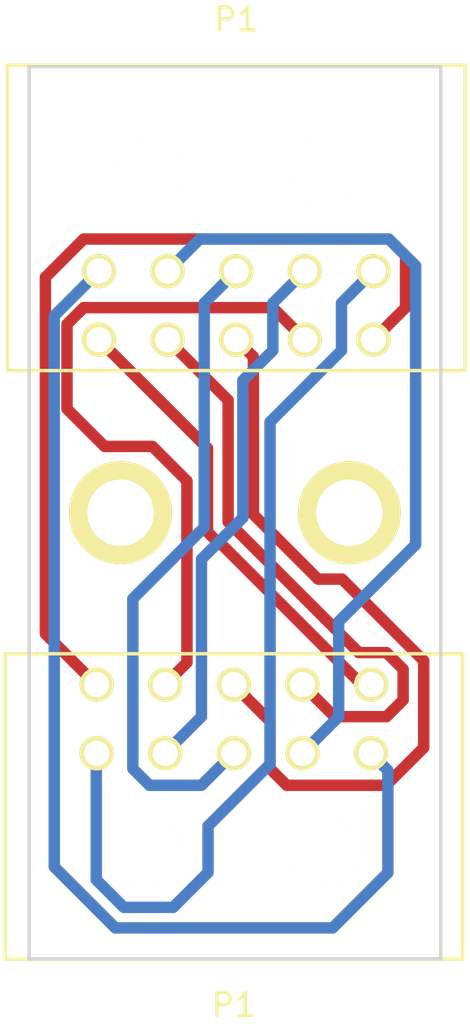
<source format=kicad_pcb>
(kicad_pcb (version 20160815) (host pcbnew 4.1.0-alpha+201609031632+7111~49~ubuntu14.04.1-product)

  (general
    (links 10)
    (no_connects 0)
    (area 99.924999 97.924999 118.075001 137.075001)
    (thickness 1.6)
    (drawings 4)
    (tracks 89)
    (zones 0)
    (modules 4)
    (nets 11)
  )

  (page A4)
  (layers
    (0 F.Cu signal)
    (31 B.Cu signal)
    (32 B.Adhes user)
    (33 F.Adhes user)
    (34 B.Paste user)
    (35 F.Paste user)
    (36 B.SilkS user)
    (37 F.SilkS user)
    (38 B.Mask user)
    (39 F.Mask user)
    (40 Dwgs.User user)
    (41 Cmts.User user)
    (42 Eco1.User user)
    (43 Eco2.User user)
    (44 Edge.Cuts user)
    (45 Margin user)
    (46 B.CrtYd user)
    (47 F.CrtYd user)
    (48 B.Fab user)
    (49 F.Fab user)
  )

  (setup
    (last_trace_width 0.25)
    (trace_clearance 0.2)
    (zone_clearance 0.508)
    (zone_45_only no)
    (trace_min 0.2)
    (segment_width 0.2)
    (edge_width 0.15)
    (via_size 0.6)
    (via_drill 0.4)
    (via_min_size 0.4)
    (via_min_drill 0.3)
    (uvia_size 0.3)
    (uvia_drill 0.1)
    (uvias_allowed no)
    (uvia_min_size 0.2)
    (uvia_min_drill 0.1)
    (pcb_text_width 0.3)
    (pcb_text_size 1.5 1.5)
    (mod_edge_width 0.15)
    (mod_text_size 1 1)
    (mod_text_width 0.15)
    (pad_size 4.50088 4.50088)
    (pad_drill 2.9)
    (pad_to_mask_clearance 0.2)
    (aux_axis_origin 114.808 117.221)
    (visible_elements FFFFFF7F)
    (pcbplotparams
      (layerselection 0x0103c_80000001)
      (usegerberextensions false)
      (excludeedgelayer true)
      (linewidth 0.150000)
      (plotframeref false)
      (viasonmask false)
      (mode 1)
      (useauxorigin false)
      (hpglpennumber 1)
      (hpglpenspeed 20)
      (hpglpendiameter 15)
      (psnegative false)
      (psa4output false)
      (plotreference true)
      (plotvalue true)
      (plotinvisibletext false)
      (padsonsilk false)
      (subtractmaskfromsilk false)
      (outputformat 1)
      (mirror false)
      (drillshape 0)
      (scaleselection 1)
      (outputdirectory ""))
  )

  (net 0 "")
  (net 1 "Net-(P1-Pad1)")
  (net 2 "Net-(P1-Pad6)")
  (net 3 "Net-(P1-Pad7)")
  (net 4 "Net-(P1-Pad2)")
  (net 5 "Net-(P1-Pad3)")
  (net 6 "Net-(P1-Pad8)")
  (net 7 "Net-(P1-Pad9)")
  (net 8 "Net-(P1-Pad4)")
  (net 9 "Net-(P1-Pad10)")
  (net 10 "Net-(P1-Pad5)")

  (net_class Default "This is the default net class."
    (clearance 0.2)
    (trace_width 0.25)
    (via_dia 0.6)
    (via_drill 0.4)
    (uvia_dia 0.3)
    (uvia_drill 0.1)
    (diff_pair_gap 0.25)
    (diff_pair_width 0.2)
  )

  (net_class Wide ""
    (clearance 0.4)
    (trace_width 0.5)
    (via_dia 0.8)
    (via_drill 0.4)
    (uvia_dia 0.3)
    (uvia_drill 0.1)
    (diff_pair_gap 0.25)
    (diff_pair_width 0.2)
    (add_net "Net-(P1-Pad1)")
    (add_net "Net-(P1-Pad10)")
    (add_net "Net-(P1-Pad2)")
    (add_net "Net-(P1-Pad3)")
    (add_net "Net-(P1-Pad4)")
    (add_net "Net-(P1-Pad5)")
    (add_net "Net-(P1-Pad6)")
    (add_net "Net-(P1-Pad7)")
    (add_net "Net-(P1-Pad8)")
    (add_net "Net-(P1-Pad9)")
  )

  (module Connectors_Molex:Connector_Microfit3_Header_02x05_Angled_43045-100x (layer F.Cu) (tedit 57C70057) (tstamp 57D15BB0)
    (at 114.9522 128.014)
    (descr "Microfit angled 02x05 43045-1000")
    (tags "Microfit 02x05 angled 3mm pitch")
    (path /57C683C9)
    (fp_text reference P1 (at -6 11) (layer F.SilkS)
      (effects (font (size 1 1) (thickness 0.15)))
    )
    (fp_text value CONN_02X05 (at -6 -6.604) (layer F.Fab) hide
      (effects (font (size 1 1) (thickness 0.15)))
    )
    (fp_line (start -16.2 -4.55) (end -16.2 9.2) (layer F.CrtYd) (width 0.05))
    (fp_line (start -16.2 9.2) (end 4.2 9.2) (layer F.CrtYd) (width 0.05))
    (fp_line (start 4.2 9.2) (end 4.2 -4.55) (layer F.CrtYd) (width 0.05))
    (fp_line (start 4.2 -4.55) (end -16.2 -4.55) (layer F.CrtYd) (width 0.05))
    (fp_line (start -16 9) (end -16 -4.35) (layer F.SilkS) (width 0.15))
    (fp_line (start -16 -4.35) (end 4 -4.35) (layer F.SilkS) (width 0.15))
    (fp_line (start 4 -4.35) (end 4 9) (layer F.SilkS) (width 0.15))
    (fp_line (start 4 9) (end -16 9) (layer F.SilkS) (width 0.15))
    (pad 1 thru_hole circle (at 0 0) (size 1.5 1.5) (drill 1.1) (layers *.Cu *.Mask F.SilkS)
      (net 1 "Net-(P1-Pad1)"))
    (pad 6 thru_hole circle (at 0 -3) (size 1.5 1.5) (drill 1.1) (layers *.Cu *.Mask F.SilkS)
      (net 2 "Net-(P1-Pad6)"))
    (pad "" np_thru_hole circle (at -2.1 4.32) (size 3.1 3.1) (drill 3.1) (layers *.Cu *.Mask F.SilkS))
    (pad 7 thru_hole circle (at -3 -3) (size 1.5 1.5) (drill 1.1) (layers *.Cu *.Mask F.SilkS)
      (net 3 "Net-(P1-Pad7)"))
    (pad 2 thru_hole circle (at -3 0) (size 1.5 1.5) (drill 1.1) (layers *.Cu *.Mask F.SilkS)
      (net 4 "Net-(P1-Pad2)"))
    (pad 3 thru_hole circle (at -6 0) (size 1.5 1.5) (drill 1.1) (layers *.Cu *.Mask F.SilkS)
      (net 5 "Net-(P1-Pad3)"))
    (pad 8 thru_hole circle (at -6 -3) (size 1.5 1.5) (drill 1.1) (layers *.Cu *.Mask F.SilkS)
      (net 6 "Net-(P1-Pad8)"))
    (pad 9 thru_hole circle (at -9 -3) (size 1.5 1.5) (drill 1.1) (layers *.Cu *.Mask F.SilkS)
      (net 7 "Net-(P1-Pad9)"))
    (pad 4 thru_hole circle (at -9 0) (size 1.5 1.5) (drill 1.1) (layers *.Cu *.Mask F.SilkS)
      (net 8 "Net-(P1-Pad4)"))
    (pad 10 thru_hole circle (at -12 -3) (size 1.5 1.5) (drill 1.1) (layers *.Cu *.Mask F.SilkS)
      (net 9 "Net-(P1-Pad10)"))
    (pad 5 thru_hole circle (at -12 0) (size 1.5 1.5) (drill 1.1) (layers *.Cu *.Mask F.SilkS)
      (net 10 "Net-(P1-Pad5)"))
    (pad "" np_thru_hole circle (at -9.8 4.32) (size 3.1 3.1) (drill 3.1) (layers *.Cu *.Mask F.SilkS))
    (model /home/super/Projects/CAD/kicad/kicad-library/modules/packages3d/Connectors_Molex.3dshapes/Connector_Microfit3_Header_02x05_Angled_43045-100x.wrl
      (at (xyz -0.24 -0.16 0.18))
      (scale (xyz 0.4 0.45 0.4))
      (rotate (xyz -90 0 0))
    )
  )

  (module Wire_Pads:SolderWirePad_single_2mmDrill (layer F.Cu) (tedit 57C702E6) (tstamp 57C75CE9)
    (at 103.632 117.221)
    (fp_text reference REF** (at 0 -3.81) (layer F.SilkS) hide
      (effects (font (size 1 1) (thickness 0.15)))
    )
    (fp_text value SolderWirePad_single_2mmDrill (at -0.635 3.81) (layer F.Fab) hide
      (effects (font (size 1 1) (thickness 0.15)))
    )
    (pad 1 thru_hole circle (at 0.368 0.279) (size 4.50088 4.50088) (drill 2.9) (layers *.Cu *.Mask F.SilkS))
  )

  (module Connectors_Molex:Connector_Microfit3_Header_02x05_Angled_43045-100x (layer F.Cu) (tedit 57C70057) (tstamp 57C6853B)
    (at 103.056 106.936 180)
    (descr "Microfit angled 02x05 43045-1000")
    (tags "Microfit 02x05 angled 3mm pitch")
    (path /57C683C9)
    (fp_text reference P1 (at -6 11 180) (layer F.SilkS)
      (effects (font (size 1 1) (thickness 0.15)))
    )
    (fp_text value CONN_02X05 (at -6 -6.604 180) (layer F.Fab) hide
      (effects (font (size 1 1) (thickness 0.15)))
    )
    (fp_line (start -16.2 -4.55) (end -16.2 9.2) (layer F.CrtYd) (width 0.05))
    (fp_line (start -16.2 9.2) (end 4.2 9.2) (layer F.CrtYd) (width 0.05))
    (fp_line (start 4.2 9.2) (end 4.2 -4.55) (layer F.CrtYd) (width 0.05))
    (fp_line (start 4.2 -4.55) (end -16.2 -4.55) (layer F.CrtYd) (width 0.05))
    (fp_line (start -16 9) (end -16 -4.35) (layer F.SilkS) (width 0.15))
    (fp_line (start -16 -4.35) (end 4 -4.35) (layer F.SilkS) (width 0.15))
    (fp_line (start 4 -4.35) (end 4 9) (layer F.SilkS) (width 0.15))
    (fp_line (start 4 9) (end -16 9) (layer F.SilkS) (width 0.15))
    (pad 1 thru_hole circle (at 0 0 180) (size 1.5 1.5) (drill 1.1) (layers *.Cu *.Mask F.SilkS)
      (net 1 "Net-(P1-Pad1)"))
    (pad 6 thru_hole circle (at 0 -3 180) (size 1.5 1.5) (drill 1.1) (layers *.Cu *.Mask F.SilkS)
      (net 2 "Net-(P1-Pad6)"))
    (pad "" np_thru_hole circle (at -2.1 4.32 180) (size 3.1 3.1) (drill 3.1) (layers *.Cu *.Mask F.SilkS))
    (pad 7 thru_hole circle (at -3 -3 180) (size 1.5 1.5) (drill 1.1) (layers *.Cu *.Mask F.SilkS)
      (net 3 "Net-(P1-Pad7)"))
    (pad 2 thru_hole circle (at -3 0 180) (size 1.5 1.5) (drill 1.1) (layers *.Cu *.Mask F.SilkS)
      (net 4 "Net-(P1-Pad2)"))
    (pad 3 thru_hole circle (at -6 0 180) (size 1.5 1.5) (drill 1.1) (layers *.Cu *.Mask F.SilkS)
      (net 5 "Net-(P1-Pad3)"))
    (pad 8 thru_hole circle (at -6 -3 180) (size 1.5 1.5) (drill 1.1) (layers *.Cu *.Mask F.SilkS)
      (net 6 "Net-(P1-Pad8)"))
    (pad 9 thru_hole circle (at -9 -3 180) (size 1.5 1.5) (drill 1.1) (layers *.Cu *.Mask F.SilkS)
      (net 7 "Net-(P1-Pad9)"))
    (pad 4 thru_hole circle (at -9 0 180) (size 1.5 1.5) (drill 1.1) (layers *.Cu *.Mask F.SilkS)
      (net 8 "Net-(P1-Pad4)"))
    (pad 10 thru_hole circle (at -12 -3 180) (size 1.5 1.5) (drill 1.1) (layers *.Cu *.Mask F.SilkS)
      (net 9 "Net-(P1-Pad10)"))
    (pad 5 thru_hole circle (at -12 0 180) (size 1.5 1.5) (drill 1.1) (layers *.Cu *.Mask F.SilkS)
      (net 10 "Net-(P1-Pad5)"))
    (pad "" np_thru_hole circle (at -9.8 4.32 180) (size 3.1 3.1) (drill 3.1) (layers *.Cu *.Mask F.SilkS))
    (model /home/super/Projects/CAD/kicad/kicad-library/modules/packages3d/Connectors_Molex.3dshapes/Connector_Microfit3_Header_02x05_Angled_43045-100x.wrl
      (at (xyz -0.24 -0.16 0.18))
      (scale (xyz 0.4 0.45 0.4))
      (rotate (xyz -90 0 0))
    )
  )

  (module Wire_Pads:SolderWirePad_single_2mmDrill (layer F.Cu) (tedit 57C702E8) (tstamp 57C75CD9)
    (at 114.808 117.348)
    (fp_text reference REF** (at 0 -3.81) (layer F.SilkS) hide
      (effects (font (size 1 1) (thickness 0.15)))
    )
    (fp_text value SolderWirePad_single_2mmDrill (at -0.635 3.81) (layer F.Fab) hide
      (effects (font (size 1 1) (thickness 0.15)))
    )
    (pad 1 thru_hole circle (at -0.808 0.152) (size 4.50088 4.50088) (drill 2.9) (layers *.Cu *.Mask F.SilkS))
  )

  (gr_line (start 118 98) (end 100 98) (angle 90) (layer Edge.Cuts) (width 0.15))
  (gr_line (start 118 137) (end 118 98) (angle 90) (layer Edge.Cuts) (width 0.15))
  (gr_line (start 100 137) (end 118 137) (angle 90) (layer Edge.Cuts) (width 0.15))
  (gr_line (start 100 98) (end 100 137) (angle 90) (layer Edge.Cuts) (width 0.15))

  (segment (start 114.935 128.014) (end 115.684999 128.763999) (width 0.5) (layer B.Cu) (net 1))
  (segment (start 115.684999 128.763999) (end 115.684999 133.235001) (width 0.5) (layer B.Cu) (net 1))
  (segment (start 115.684999 133.235001) (end 113.27299 135.64701) (width 0.5) (layer B.Cu) (net 1))
  (segment (start 113.27299 135.64701) (end 103.767203 135.647009) (width 0.5) (layer B.Cu) (net 1))
  (segment (start 103.767203 135.647009) (end 101.099559 132.979365) (width 0.5) (layer B.Cu) (net 1))
  (segment (start 102.306001 107.685999) (end 103.056 106.936) (width 0.5) (layer B.Cu) (net 1))
  (segment (start 101.099559 132.979365) (end 101.099559 108.892441) (width 0.5) (layer B.Cu) (net 1))
  (segment (start 101.099559 108.892441) (end 102.306001 107.685999) (width 0.5) (layer B.Cu) (net 1))
  (segment (start 114.935 125.014) (end 114.546394 125.014) (width 0.5) (layer F.Cu) (net 2))
  (segment (start 108.415405 118.883011) (end 108.339204 118.883011) (width 0.5) (layer F.Cu) (net 2))
  (segment (start 107.800451 118.344258) (end 107.800451 114.680451) (width 0.5) (layer F.Cu) (net 2))
  (segment (start 114.546394 125.014) (end 108.415405 118.883011) (width 0.5) (layer F.Cu) (net 2))
  (segment (start 108.339204 118.883011) (end 107.800451 118.344258) (width 0.5) (layer F.Cu) (net 2))
  (segment (start 107.800451 114.680451) (end 103.805999 110.685999) (width 0.5) (layer F.Cu) (net 2))
  (segment (start 103.805999 110.685999) (end 103.056 109.936) (width 0.5) (layer F.Cu) (net 2))
  (segment (start 108.700463 112.580463) (end 106.805999 110.685999) (width 0.5) (layer F.Cu) (net 3))
  (segment (start 106.805999 110.685999) (end 106.056 109.936) (width 0.5) (layer F.Cu) (net 3))
  (segment (start 114.419199 123.613999) (end 108.700463 117.895263) (width 0.5) (layer F.Cu) (net 3))
  (segment (start 108.700463 117.895263) (end 108.700463 112.580463) (width 0.5) (layer F.Cu) (net 3))
  (segment (start 116.352201 124.341999) (end 115.624201 123.613999) (width 0.5) (layer F.Cu) (net 3))
  (segment (start 113.352201 126.414001) (end 115.624201 126.414001) (width 0.5) (layer F.Cu) (net 3))
  (segment (start 115.624201 123.613999) (end 114.419199 123.613999) (width 0.5) (layer F.Cu) (net 3))
  (segment (start 111.9522 125.014) (end 113.352201 126.414001) (width 0.5) (layer F.Cu) (net 3))
  (segment (start 115.624201 126.414001) (end 116.352201 125.686001) (width 0.5) (layer F.Cu) (net 3))
  (segment (start 116.352201 125.686001) (end 116.352201 124.341999) (width 0.5) (layer F.Cu) (net 3))
  (segment (start 111.935 128.014) (end 113.534999 126.414001) (width 0.5) (layer B.Cu) (net 4))
  (segment (start 113.534999 126.414001) (end 113.534999 122.257655) (width 0.5) (layer B.Cu) (net 4))
  (segment (start 113.534999 122.257655) (end 116.900441 118.892213) (width 0.5) (layer B.Cu) (net 4))
  (segment (start 115.728001 105.535999) (end 107.456001 105.535999) (width 0.5) (layer B.Cu) (net 4))
  (segment (start 116.900441 118.892213) (end 116.900441 106.708439) (width 0.5) (layer B.Cu) (net 4))
  (segment (start 116.900441 106.708439) (end 115.728001 105.535999) (width 0.5) (layer B.Cu) (net 4))
  (segment (start 107.456001 105.535999) (end 106.805999 106.186001) (width 0.5) (layer B.Cu) (net 4))
  (segment (start 106.805999 106.186001) (end 106.056 106.936) (width 0.5) (layer B.Cu) (net 4))
  (segment (start 108.935 128.014) (end 107.534999 129.414001) (width 0.5) (layer B.Cu) (net 5))
  (segment (start 108.306001 107.685999) (end 109.056 106.936) (width 0.5) (layer B.Cu) (net 5))
  (segment (start 107.534999 129.414001) (end 105.262999 129.414001) (width 0.5) (layer B.Cu) (net 5))
  (segment (start 105.262999 129.414001) (end 104.534999 128.686001) (width 0.5) (layer B.Cu) (net 5))
  (segment (start 104.534999 128.686001) (end 104.534999 121.257655) (width 0.5) (layer B.Cu) (net 5))
  (segment (start 104.534999 121.257655) (end 107.655999 118.136655) (width 0.5) (layer B.Cu) (net 5))
  (segment (start 107.655999 118.136655) (end 107.655999 108.336001) (width 0.5) (layer B.Cu) (net 5))
  (segment (start 107.655999 108.336001) (end 108.306001 107.685999) (width 0.5) (layer B.Cu) (net 5))
  (segment (start 109.805999 110.685999) (end 109.056 109.936) (width 0.5) (layer F.Cu) (net 6))
  (segment (start 108.935 125.014) (end 110.534999 126.613999) (width 0.5) (layer F.Cu) (net 6))
  (segment (start 109.805999 117.575593) (end 109.805999 110.685999) (width 0.5) (layer F.Cu) (net 6))
  (segment (start 117.252212 127.76879) (end 117.252212 123.969203) (width 0.5) (layer F.Cu) (net 6))
  (segment (start 115.607001 129.414001) (end 117.252212 127.76879) (width 0.5) (layer F.Cu) (net 6))
  (segment (start 110.534999 126.613999) (end 110.534999 128.686001) (width 0.5) (layer F.Cu) (net 6))
  (segment (start 111.262999 129.414001) (end 115.607001 129.414001) (width 0.5) (layer F.Cu) (net 6))
  (segment (start 112.630847 120.400441) (end 109.805999 117.575593) (width 0.5) (layer F.Cu) (net 6))
  (segment (start 110.534999 128.686001) (end 111.262999 129.414001) (width 0.5) (layer F.Cu) (net 6))
  (segment (start 113.68345 120.400441) (end 112.630847 120.400441) (width 0.5) (layer F.Cu) (net 6))
  (segment (start 117.252212 123.969203) (end 113.68345 120.400441) (width 0.5) (layer F.Cu) (net 6))
  (segment (start 103.296559 114.599559) (end 101.655999 112.958999) (width 0.5) (layer F.Cu) (net 7))
  (segment (start 101.655999 112.958999) (end 101.655999 109.263999) (width 0.5) (layer F.Cu) (net 7))
  (segment (start 101.655999 109.263999) (end 102.383999 108.535999) (width 0.5) (layer F.Cu) (net 7))
  (segment (start 102.383999 108.535999) (end 110.655999 108.535999) (width 0.5) (layer F.Cu) (net 7))
  (segment (start 110.655999 108.535999) (end 111.306001 109.186001) (width 0.5) (layer F.Cu) (net 7))
  (segment (start 111.306001 109.186001) (end 112.056 109.936) (width 0.5) (layer F.Cu) (net 7))
  (segment (start 105.392213 114.599559) (end 103.296559 114.599559) (width 0.5) (layer F.Cu) (net 7))
  (segment (start 105.935 125.014) (end 106.900441 124.048559) (width 0.5) (layer F.Cu) (net 7))
  (segment (start 106.900441 124.048559) (end 106.900441 116.107787) (width 0.5) (layer F.Cu) (net 7))
  (segment (start 106.900441 116.107787) (end 105.392213 114.599559) (width 0.5) (layer F.Cu) (net 7))
  (segment (start 109.347 117.71846) (end 109.347 111.717002) (width 0.5) (layer B.Cu) (net 8))
  (segment (start 109.347 111.717002) (end 110.655999 110.408003) (width 0.5) (layer B.Cu) (net 8))
  (segment (start 110.655999 110.408003) (end 110.655999 108.336001) (width 0.5) (layer B.Cu) (net 8))
  (segment (start 111.306001 107.685999) (end 112.056 106.936) (width 0.5) (layer B.Cu) (net 8))
  (segment (start 110.655999 108.336001) (end 111.306001 107.685999) (width 0.5) (layer B.Cu) (net 8))
  (segment (start 105.935 128.014) (end 107.534999 126.414001) (width 0.5) (layer B.Cu) (net 8))
  (segment (start 107.534999 126.414001) (end 107.534999 119.530461) (width 0.5) (layer B.Cu) (net 8))
  (segment (start 107.534999 119.530461) (end 109.347 117.71846) (width 0.5) (layer B.Cu) (net 8))
  (segment (start 102.935 125.014) (end 100.711 122.79) (width 0.5) (layer F.Cu) (net 9))
  (segment (start 100.711 122.79) (end 100.711 107.208998) (width 0.5) (layer F.Cu) (net 9))
  (segment (start 100.711 107.208998) (end 102.383999 105.535999) (width 0.5) (layer F.Cu) (net 9))
  (segment (start 102.383999 105.535999) (end 115.728001 105.535999) (width 0.5) (layer F.Cu) (net 9))
  (segment (start 115.728001 105.535999) (end 116.456001 106.263999) (width 0.5) (layer F.Cu) (net 9))
  (segment (start 116.456001 108.535999) (end 115.805999 109.186001) (width 0.5) (layer F.Cu) (net 9))
  (segment (start 116.456001 106.263999) (end 116.456001 108.535999) (width 0.5) (layer F.Cu) (net 9))
  (segment (start 115.805999 109.186001) (end 115.056 109.936) (width 0.5) (layer F.Cu) (net 9))
  (segment (start 107.823 133.223) (end 107.823 131.198002) (width 0.5) (layer B.Cu) (net 10))
  (segment (start 107.823 131.198002) (end 110.534999 128.486003) (width 0.5) (layer B.Cu) (net 10))
  (segment (start 110.534999 128.486003) (end 110.534999 113.529003) (width 0.5) (layer B.Cu) (net 10))
  (segment (start 110.534999 113.529003) (end 113.655999 110.408003) (width 0.5) (layer B.Cu) (net 10))
  (segment (start 114.306001 107.685999) (end 115.056 106.936) (width 0.5) (layer B.Cu) (net 10))
  (segment (start 113.655999 110.408003) (end 113.655999 108.336001) (width 0.5) (layer B.Cu) (net 10))
  (segment (start 113.655999 108.336001) (end 114.306001 107.685999) (width 0.5) (layer B.Cu) (net 10))
  (segment (start 106.299 134.747) (end 107.823 133.223) (width 0.5) (layer B.Cu) (net 10))
  (segment (start 104.14 134.747) (end 106.299 134.747) (width 0.5) (layer B.Cu) (net 10))
  (segment (start 102.935 133.542) (end 104.14 134.747) (width 0.5) (layer B.Cu) (net 10))
  (segment (start 102.935 128.014) (end 102.935 133.542) (width 0.5) (layer B.Cu) (net 10))

)

</source>
